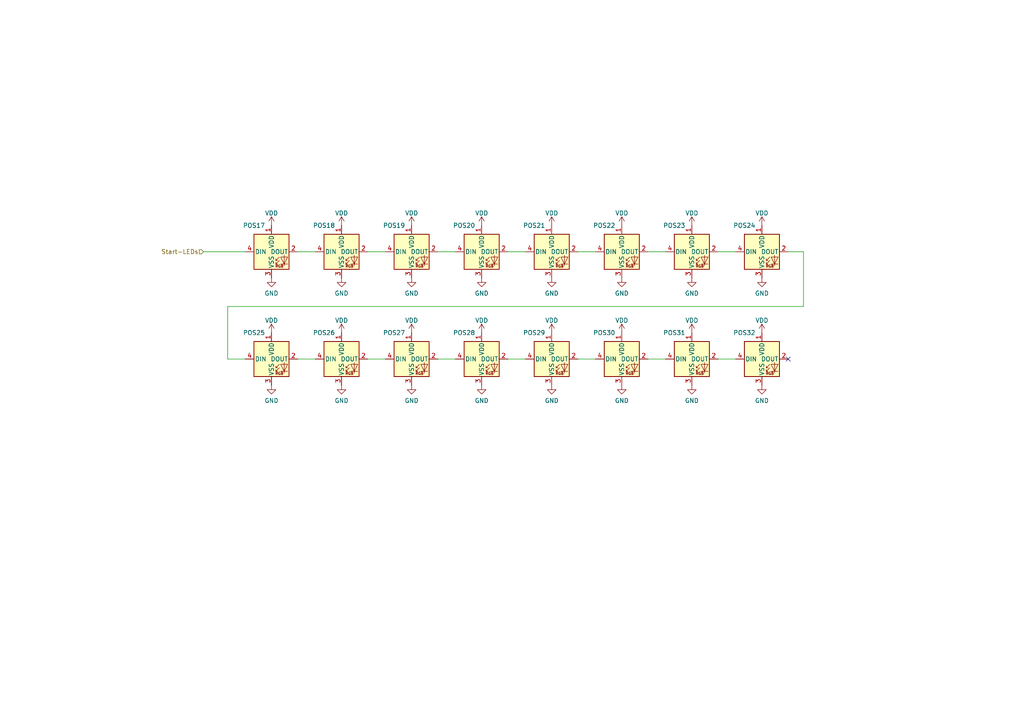
<source format=kicad_sch>
(kicad_sch (version 20211123) (generator eeschema)
  (paper "A4")
  (lib_symbols
    (symbol "LED:WS2812B" (pin_names (offset 0.254))
      (property "Reference" "D" (at 5.08 5.715 0))
      (property "Value" "WS2812B" (at 1.27 -5.715 0))
      (symbol "WS2812B_0_0"
        (text "RGB" (at 2.286 -4.191 0) (effects (font (size 0.762 0.762))))
      )
      (symbol "WS2812B_0_1"
        (polyline (pts (xy 1.27 -3.556) (xy 1.778 -3.556)))
        (polyline (pts (xy 1.27 -2.54) (xy 1.778 -2.54)))
        (polyline (pts (xy 4.699 -3.556) (xy 2.667 -3.556)))
        (polyline (pts (xy 2.286 -2.54) (xy 1.27 -3.556) (xy 1.27 -3.048)))
        (polyline (pts (xy 2.286 -1.524) (xy 1.27 -2.54) (xy 1.27 -2.032)))
        (polyline (pts (xy 3.683 -1.016) (xy 3.683 -3.556) (xy 3.683 -4.064)))
        (polyline (pts (xy 4.699 -1.524) (xy 2.667 -1.524) (xy 3.683 -3.556) (xy 4.699 -1.524)))
        (rectangle (start 5.08 5.08) (end -5.08 -5.08) (stroke (width 0.254)) (fill (type background)))
      )
      (symbol "WS2812B_1_1"
        (pin power_in line (at 0 7.62 270) (length 2.54) (name "VDD") (number "1"))
        (pin output line (at 7.62 0 180) (length 2.54) (name "DOUT") (number "2"))
        (pin power_in line (at 0 -7.62 90) (length 2.54) (name "VSS") (number "3"))
        (pin input line (at -7.62 0 0) (length 2.54) (name "DIN") (number "4"))
      )
    )
    (symbol "power:GND" (power) (pin_names (offset 0))
      (property "Value" "GND" (at 0 -3.81 0))
      (symbol "GND_0_1"
        (polyline (pts (xy 0 0) (xy 0 -1.27) (xy 1.27 -1.27) (xy 0 -2.54) (xy -1.27 -1.27) (xy 0 -1.27)))
      )
      (symbol "GND_1_1"
        (pin power_in line (at 0 0 270) (length 0) hide (name "GND") (number "1"))
      )
    )
    (symbol "power:VDD" (power) (pin_names (offset 0))
      (property "Value" "VDD" (at 0 3.81 0))
      (symbol "VDD_0_1"
        (polyline (pts (xy -0.762 1.27) (xy 0 2.54)))
        (polyline (pts (xy 0 0) (xy 0 2.54)))
        (polyline (pts (xy 0 2.54) (xy 0.762 1.27)))
      )
      (symbol "VDD_1_1"
        (pin power_in line (at 0 0 90) (length 0) hide (name "VDD") (number "1"))
      )
    )
  )
  (no_connect (at 228.6 104.14))
  (wire (pts (xy 187.96 104.14) (xy 193.04 104.14)))
  (wire (pts (xy 127 73.025) (xy 132.08 73.025)))
  (wire (pts (xy 208.28 73.025) (xy 213.36 73.025)))
  (wire (pts (xy 106.68 104.14) (xy 111.76 104.14)))
  (wire (pts (xy 233.045 73.025) (xy 233.045 88.9)))
  (wire (pts (xy 208.28 104.14) (xy 213.36 104.14)))
  (wire (pts (xy 66.04 104.14) (xy 71.12 104.14)))
  (wire (pts (xy 233.045 88.9) (xy 66.04 88.9)))
  (wire (pts (xy 228.6 73.025) (xy 233.045 73.025)))
  (wire (pts (xy 86.36 104.14) (xy 91.44 104.14)))
  (wire (pts (xy 187.96 73.025) (xy 193.04 73.025)))
  (wire (pts (xy 167.64 104.14) (xy 172.72 104.14)))
  (wire (pts (xy 147.32 104.14) (xy 152.4 104.14)))
  (wire (pts (xy 86.36 73.025) (xy 91.44 73.025)))
  (wire (pts (xy 147.32 73.025) (xy 152.4 73.025)))
  (wire (pts (xy 167.64 73.025) (xy 172.72 73.025)))
  (wire (pts (xy 66.04 88.9) (xy 66.04 104.14)))
  (wire (pts (xy 59.055 73.025) (xy 71.12 73.025)))
  (wire (pts (xy 127 104.14) (xy 132.08 104.14)))
  (wire (pts (xy 106.68 73.025) (xy 111.76 73.025)))
  (hierarchical_label "Start-LEDs" (shape input) (at 59.055 73.025 180))
  (symbol (lib_id "power:VDD") (at 139.7 65.405 0) (unit 1)
    (property "Reference" "#PWR040" (effects hide))
    (property "Value" "VDD" (at 139.7 61.8292 0))
  )
  (symbol (lib_id "power:GND") (at 99.06 80.645 0) (unit 1)
    (property "Reference" "#PWR046" (effects hide))
    (property "Value" "GND" (at 99.06 85.0884 0))
  )
  (symbol (lib_id "LED:WS2812B") (at 200.66 104.14 0) (unit 1)
    (property "Reference" "POS31" (at 195.58 96.52 0))
    (property "Value" "WS2812-4020_dual" (effects hide))
    (property "Footprint" "FieldBoard_footprint:LED_WS2812B_PLCC4_5.0x5.0mm_P3.2mm" (effects hide))
    (property "Datasheet" "https://cdn-shop.adafruit.com/datasheets/WS2812B.pdf" (effects hide))
  )
  (symbol (lib_id "power:VDD") (at 119.38 65.405 0) (unit 1)
    (property "Reference" "#PWR039" (effects hide))
    (property "Value" "VDD" (at 119.38 61.8292 0))
  )
  (symbol (lib_id "power:VDD") (at 78.74 96.52 0) (unit 1)
    (property "Reference" "#PWR053" (effects hide))
    (property "Value" "VDD" (at 78.74 92.9442 0))
  )
  (symbol (lib_id "LED:WS2812B") (at 220.98 104.14 0) (unit 1)
    (property "Reference" "POS32" (at 215.9 96.52 0))
    (property "Value" "WS2812-4020_dual" (effects hide))
    (property "Footprint" "FieldBoard_footprint:LED_WS2812B_PLCC4_5.0x5.0mm_P3.2mm" (effects hide))
    (property "Datasheet" "https://cdn-shop.adafruit.com/datasheets/WS2812B.pdf" (effects hide))
  )
  (symbol (lib_id "power:VDD") (at 180.34 96.52 0) (unit 1)
    (property "Reference" "#PWR058" (effects hide))
    (property "Value" "VDD" (at 180.34 92.9442 0))
  )
  (symbol (lib_id "power:VDD") (at 200.66 65.405 0) (unit 1)
    (property "Reference" "#PWR043" (effects hide))
    (property "Value" "VDD" (at 200.66 61.8292 0))
  )
  (symbol (lib_id "LED:WS2812B") (at 139.7 104.14 0) (unit 1)
    (property "Reference" "POS28" (at 134.62 96.52 0))
    (property "Value" "WS2812-4020_dual" (effects hide))
    (property "Footprint" "FieldBoard_footprint:LED_WS2812B_PLCC4_5.0x5.0mm_P3.2mm" (effects hide))
    (property "Datasheet" "https://cdn-shop.adafruit.com/datasheets/WS2812B.pdf" (effects hide))
  )
  (symbol (lib_id "power:VDD") (at 220.98 96.52 0) (unit 1)
    (property "Reference" "#PWR060" (effects hide))
    (property "Value" "VDD" (at 220.98 92.9442 0))
  )
  (symbol (lib_id "power:GND") (at 78.74 111.76 0) (unit 1)
    (property "Reference" "#PWR061" (effects hide))
    (property "Value" "GND" (at 78.74 116.2034 0))
  )
  (symbol (lib_id "power:VDD") (at 180.34 65.405 0) (unit 1)
    (property "Reference" "#PWR042" (effects hide))
    (property "Value" "VDD" (at 180.34 61.8292 0))
  )
  (symbol (lib_id "LED:WS2812B") (at 139.7 73.025 0) (unit 1)
    (property "Reference" "POS20" (at 134.62 65.405 0))
    (property "Value" "WS2812-4020_dual" (effects hide))
    (property "Footprint" "FieldBoard_footprint:LED_WS2812B_PLCC4_5.0x5.0mm_P3.2mm" (effects hide))
    (property "Datasheet" "https://cdn-shop.adafruit.com/datasheets/WS2812B.pdf" (effects hide))
  )
  (symbol (lib_id "LED:WS2812B") (at 160.02 73.025 0) (unit 1)
    (property "Reference" "POS21" (at 154.94 65.405 0))
    (property "Value" "WS2812-4020_dual" (effects hide))
    (property "Footprint" "FieldBoard_footprint:LED_WS2812B_PLCC4_5.0x5.0mm_P3.2mm" (effects hide))
    (property "Datasheet" "https://cdn-shop.adafruit.com/datasheets/WS2812B.pdf" (effects hide))
  )
  (symbol (lib_id "power:VDD") (at 139.7 96.52 0) (unit 1)
    (property "Reference" "#PWR056" (effects hide))
    (property "Value" "VDD" (at 139.7 92.9442 0))
  )
  (symbol (lib_id "power:GND") (at 220.98 80.645 0) (unit 1)
    (property "Reference" "#PWR052" (effects hide))
    (property "Value" "GND" (at 220.98 85.0884 0))
  )
  (symbol (lib_id "power:GND") (at 220.98 111.76 0) (unit 1)
    (property "Reference" "#PWR068" (effects hide))
    (property "Value" "GND" (at 220.98 116.2034 0))
  )
  (symbol (lib_id "LED:WS2812B") (at 78.74 104.14 0) (unit 1)
    (property "Reference" "POS25" (at 73.66 96.52 0))
    (property "Value" "WS2812-4020_dual" (effects hide))
    (property "Footprint" "FieldBoard_footprint:LED_WS2812B_PLCC4_5.0x5.0mm_P3.2mm" (effects hide))
    (property "Datasheet" "https://cdn-shop.adafruit.com/datasheets/WS2812B.pdf" (effects hide))
  )
  (symbol (lib_id "power:GND") (at 119.38 80.645 0) (unit 1)
    (property "Reference" "#PWR047" (effects hide))
    (property "Value" "GND" (at 119.38 85.0884 0))
  )
  (symbol (lib_id "power:VDD") (at 99.06 96.52 0) (unit 1)
    (property "Reference" "#PWR054" (effects hide))
    (property "Value" "VDD" (at 99.06 92.9442 0))
  )
  (symbol (lib_id "power:VDD") (at 119.38 96.52 0) (unit 1)
    (property "Reference" "#PWR055" (effects hide))
    (property "Value" "VDD" (at 119.38 92.9442 0))
  )
  (symbol (lib_id "power:GND") (at 139.7 80.645 0) (unit 1)
    (property "Reference" "#PWR048" (effects hide))
    (property "Value" "GND" (at 139.7 85.0884 0))
  )
  (symbol (lib_id "LED:WS2812B") (at 220.98 73.025 0) (unit 1)
    (property "Reference" "POS24" (at 215.9 65.405 0))
    (property "Value" "WS2812-4020_dual" (effects hide))
    (property "Footprint" "FieldBoard_footprint:LED_WS2812B_PLCC4_5.0x5.0mm_P3.2mm" (effects hide))
    (property "Datasheet" "https://cdn-shop.adafruit.com/datasheets/WS2812B.pdf" (effects hide))
  )
  (symbol (lib_id "LED:WS2812B") (at 119.38 104.14 0) (unit 1)
    (property "Reference" "POS27" (at 114.3 96.52 0))
    (property "Value" "WS2812-4020_dual" (effects hide))
    (property "Footprint" "FieldBoard_footprint:LED_WS2812B_PLCC4_5.0x5.0mm_P3.2mm" (effects hide))
    (property "Datasheet" "https://cdn-shop.adafruit.com/datasheets/WS2812B.pdf" (effects hide))
  )
  (symbol (lib_id "LED:WS2812B") (at 99.06 104.14 0) (unit 1)
    (property "Reference" "POS26" (at 93.98 96.52 0))
    (property "Value" "WS2812-4020_dual" (effects hide))
    (property "Footprint" "FieldBoard_footprint:LED_WS2812B_PLCC4_5.0x5.0mm_P3.2mm" (effects hide))
    (property "Datasheet" "https://cdn-shop.adafruit.com/datasheets/WS2812B.pdf" (effects hide))
  )
  (symbol (lib_id "power:GND") (at 180.34 80.645 0) (unit 1)
    (property "Reference" "#PWR050" (effects hide))
    (property "Value" "GND" (at 180.34 85.0884 0))
  )
  (symbol (lib_id "power:VDD") (at 220.98 65.405 0) (unit 1)
    (property "Reference" "#PWR044" (effects hide))
    (property "Value" "VDD" (at 220.98 61.8292 0))
  )
  (symbol (lib_id "LED:WS2812B") (at 99.06 73.025 0) (unit 1)
    (property "Reference" "POS18" (at 93.98 65.405 0))
    (property "Value" "WS2812-4020_dual" (effects hide))
    (property "Footprint" "FieldBoard_footprint:LED_WS2812B_PLCC4_5.0x5.0mm_P3.2mm" (effects hide))
    (property "Datasheet" "https://cdn-shop.adafruit.com/datasheets/WS2812B.pdf" (effects hide))
  )
  (symbol (lib_id "LED:WS2812B") (at 78.74 73.025 0) (unit 1)
    (property "Reference" "POS17" (at 73.66 65.405 0))
    (property "Value" "WS2812-4020_dual" (effects hide))
    (property "Footprint" "FieldBoard_footprint:LED_WS2812B_PLCC4_5.0x5.0mm_P3.2mm" (effects hide))
    (property "Datasheet" "https://cdn-shop.adafruit.com/datasheets/WS2812B.pdf" (effects hide))
  )
  (symbol (lib_id "power:GND") (at 78.74 80.645 0) (unit 1)
    (property "Reference" "#PWR045" (effects hide))
    (property "Value" "GND" (at 78.74 85.0884 0))
  )
  (symbol (lib_id "LED:WS2812B") (at 180.34 104.14 0) (unit 1)
    (property "Reference" "POS30" (at 175.26 96.52 0))
    (property "Value" "WS2812-4020_dual" (effects hide))
    (property "Footprint" "FieldBoard_footprint:LED_WS2812B_PLCC4_5.0x5.0mm_P3.2mm" (effects hide))
    (property "Datasheet" "https://cdn-shop.adafruit.com/datasheets/WS2812B.pdf" (effects hide))
  )
  (symbol (lib_id "LED:WS2812B") (at 200.66 73.025 0) (unit 1)
    (property "Reference" "POS23" (at 195.58 65.405 0))
    (property "Value" "WS2812-4020_dual" (effects hide))
    (property "Footprint" "FieldBoard_footprint:LED_WS2812B_PLCC4_5.0x5.0mm_P3.2mm" (effects hide))
    (property "Datasheet" "https://cdn-shop.adafruit.com/datasheets/WS2812B.pdf" (effects hide))
  )
  (symbol (lib_id "power:GND") (at 119.38 111.76 0) (unit 1)
    (property "Reference" "#PWR063" (effects hide))
    (property "Value" "GND" (at 119.38 116.2034 0))
  )
  (symbol (lib_id "LED:WS2812B") (at 180.34 73.025 0) (unit 1)
    (property "Reference" "POS22" (at 175.26 65.405 0))
    (property "Value" "WS2812-4020_dual" (effects hide))
    (property "Footprint" "FieldBoard_footprint:LED_WS2812B_PLCC4_5.0x5.0mm_P3.2mm" (effects hide))
    (property "Datasheet" "https://cdn-shop.adafruit.com/datasheets/WS2812B.pdf" (effects hide))
  )
  (symbol (lib_id "power:GND") (at 160.02 80.645 0) (unit 1)
    (property "Reference" "#PWR049" (effects hide))
    (property "Value" "GND" (at 160.02 85.0884 0))
  )
  (symbol (lib_id "power:VDD") (at 99.06 65.405 0) (unit 1)
    (property "Reference" "#PWR038" (effects hide))
    (property "Value" "VDD" (at 99.06 61.8292 0))
  )
  (symbol (lib_id "power:VDD") (at 200.66 96.52 0) (unit 1)
    (property "Reference" "#PWR059" (effects hide))
    (property "Value" "VDD" (at 200.66 92.9442 0))
  )
  (symbol (lib_id "power:GND") (at 180.34 111.76 0) (unit 1)
    (property "Reference" "#PWR066" (effects hide))
    (property "Value" "GND" (at 180.34 116.2034 0))
  )
  (symbol (lib_id "power:GND") (at 200.66 80.645 0) (unit 1)
    (property "Reference" "#PWR051" (effects hide))
    (property "Value" "GND" (at 200.66 85.0884 0))
  )
  (symbol (lib_id "LED:WS2812B") (at 160.02 104.14 0) (unit 1)
    (property "Reference" "POS29" (at 154.94 96.52 0))
    (property "Value" "WS2812-4020_dual" (effects hide))
    (property "Footprint" "FieldBoard_footprint:LED_WS2812B_PLCC4_5.0x5.0mm_P3.2mm" (effects hide))
    (property "Datasheet" "https://cdn-shop.adafruit.com/datasheets/WS2812B.pdf" (effects hide))
  )
  (symbol (lib_id "power:VDD") (at 78.74 65.405 0) (unit 1)
    (property "Reference" "#PWR037" (effects hide))
    (property "Value" "VDD" (at 78.74 61.8292 0))
  )
  (symbol (lib_id "power:VDD") (at 160.02 65.405 0) (unit 1)
    (property "Reference" "#PWR041" (effects hide))
    (property "Value" "VDD" (at 160.02 61.8292 0))
  )
  (symbol (lib_id "power:GND") (at 99.06 111.76 0) (unit 1)
    (property "Reference" "#PWR062" (effects hide))
    (property "Value" "GND" (at 99.06 116.2034 0))
  )
  (symbol (lib_id "power:GND") (at 200.66 111.76 0) (unit 1)
    (property "Reference" "#PWR067" (effects hide))
    (property "Value" "GND" (at 200.66 116.2034 0))
  )
  (symbol (lib_id "power:VDD") (at 160.02 96.52 0) (unit 1)
    (property "Reference" "#PWR057" (effects hide))
    (property "Value" "VDD" (at 160.02 92.9442 0))
  )
  (symbol (lib_id "power:GND") (at 160.02 111.76 0) (unit 1)
    (property "Reference" "#PWR065" (effects hide))
    (property "Value" "GND" (at 160.02 116.2034 0))
  )
  (symbol (lib_id "power:GND") (at 139.7 111.76 0) (unit 1)
    (property "Reference" "#PWR064" (effects hide))
    (property "Value" "GND" (at 139.7 116.2034 0))
  )
  (symbol (lib_id "LED:WS2812B") (at 119.38 73.025 0) (unit 1)
    (property "Reference" "POS19" (at 114.3 65.405 0))
    (property "Value" "WS2812-4020_dual" (effects hide))
    (property "Footprint" "FieldBoard_footprint:LED_WS2812B_PLCC4_5.0x5.0mm_P3.2mm" (effects hide))
    (property "Datasheet" "https://cdn-shop.adafruit.com/datasheets/WS2812B.pdf" (effects hide))
  )
)
</source>
